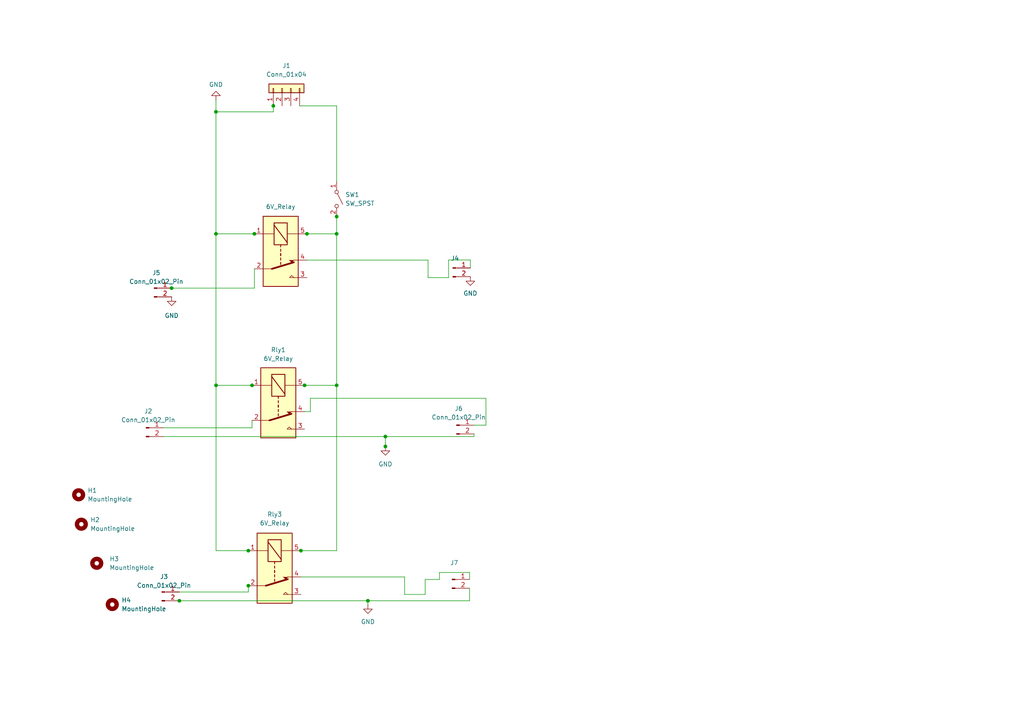
<source format=kicad_sch>
(kicad_sch (version 20230121) (generator eeschema)
  (paper "A4")
  (lib_symbols
    (symbol "Connector:Conn_01x02_Pin" (pin_names (offset 1.016) hide)
      (property "Reference" "J" (at 0 2.54 0))
      (property "Value" "Conn_01x02_Pin" (at 0 -5.08 0))
      (symbol "Conn_01x02_Pin_1_1"
        (polyline (pts (xy 1.27 -2.54) (xy 0.8636 -2.54)) (stroke (width 0.1524)))
        (polyline (pts (xy 1.27 0) (xy 0.8636 0)) (stroke (width 0.1524)))
        (rectangle (start 0.8636 -2.413) (end 0 -2.667) (stroke (width 0.1524)) (fill (type outline)))
        (rectangle (start 0.8636 0.127) (end 0 -0.127) (stroke (width 0.1524)) (fill (type outline)))
        (pin passive line (at 5.08 0 180) (length 3.81) (name "Pin_1") (number "1"))
        (pin passive line (at 5.08 -2.54 180) (length 3.81) (name "Pin_2") (number "2"))
      )
    )
    (symbol "Connector_Generic:Conn_01x04" (pin_names (offset 1.016) hide)
      (property "Reference" "J" (at 0 5.08 0))
      (property "Value" "Conn_01x04" (at 0 -7.62 0))
      (symbol "Conn_01x04_1_1"
        (rectangle (start -1.27 -4.953) (end 0 -5.207) (stroke (width 0.1524)))
        (rectangle (start -1.27 -2.413) (end 0 -2.667) (stroke (width 0.1524)))
        (rectangle (start -1.27 0.127) (end 0 -0.127) (stroke (width 0.1524)))
        (rectangle (start -1.27 2.667) (end 0 2.413) (stroke (width 0.1524)))
        (rectangle (start -1.27 3.81) (end 1.27 -6.35) (stroke (width 0.254)) (fill (type background)))
        (pin passive line (at -5.08 2.54 0) (length 3.81) (name "Pin_1") (number "1"))
        (pin passive line (at -5.08 0 0) (length 3.81) (name "Pin_2") (number "2"))
        (pin passive line (at -5.08 -2.54 0) (length 3.81) (name "Pin_3") (number "3"))
        (pin passive line (at -5.08 -5.08 0) (length 3.81) (name "Pin_4") (number "4"))
      )
    )
    (symbol "MY_LIB:6V_Relay" (pin_names (offset 1.016))
      (property "Reference" "Rly" (at 16.51 8.89 0))
      (property "Value" "6V_Relay" (at 16.51 6.35 0))
      (symbol "6V_Relay_0_0"
        (polyline (pts (xy 7.62 8.89) (xy 7.62 10.16)))
        (polyline (pts (xy 12.7 8.89) (xy 12.7 10.16)))
        (polyline (pts (xy 12.7 8.89) (xy 12.7 7.62) (xy 12.065 8.255) (xy 12.7 8.89)))
      )
      (symbol "6V_Relay_0_1"
        (rectangle (start -5.08 10.16) (end 15.24 0) (stroke (width 0.254)) (fill (type background)))
        (rectangle (start -3.175 6.985) (end 3.175 3.175) (stroke (width 0.254)))
        (polyline (pts (xy -2.54 3.175) (xy 2.54 6.985)) (stroke (width 0.254)))
        (polyline (pts (xy 0 0) (xy 0 3.175)))
        (polyline (pts (xy 0 10.16) (xy 0 6.985)))
        (polyline (pts (xy 3.175 5.08) (xy 3.81 5.08)) (stroke (width 0.254)))
        (polyline (pts (xy 4.445 5.08) (xy 5.08 5.08)) (stroke (width 0.254)))
        (polyline (pts (xy 5.715 5.08) (xy 6.35 5.08)) (stroke (width 0.254)))
        (polyline (pts (xy 5.715 5.08) (xy 6.35 5.08)) (stroke (width 0.254)))
        (polyline (pts (xy 6.985 5.08) (xy 7.62 5.08)) (stroke (width 0.254)))
        (polyline (pts (xy 8.255 5.08) (xy 8.89 5.08)) (stroke (width 0.254)))
        (polyline (pts (xy 10.16 2.54) (xy 8.255 8.89)) (stroke (width 0.508)))
        (polyline (pts (xy 10.16 2.54) (xy 10.16 0)))
        (polyline (pts (xy 7.62 7.62) (xy 8.255 8.255) (xy 7.62 8.89)) (fill (type outline)))
      )
      (symbol "6V_Relay_1_1"
        (pin passive line (at 0 -2.54 90) (length 2.54) (name "~") (number "1"))
        (pin passive line (at 10.16 -2.54 90) (length 2.54) (name "~") (number "2"))
        (pin passive line (at 12.7 12.7 270) (length 2.54) (name "~") (number "3"))
        (pin passive line (at 7.62 12.7 270) (length 2.54) (name "~") (number "4"))
        (pin passive line (at 0 12.7 270) (length 2.54) (name "~") (number "5"))
      )
    )
    (symbol "Mechanical:MountingHole" (pin_names (offset 1.016))
      (property "Reference" "H" (at 0 5.08 0))
      (property "Value" "MountingHole" (at 0 3.175 0))
      (symbol "MountingHole_0_1"
        (circle (center 0 0) (radius 1.27) (stroke (width 1.27)))
      )
    )
    (symbol "Switch:SW_SPST" (pin_names (offset 0) hide)
      (property "Reference" "SW" (at 0 3.175 0))
      (property "Value" "SW_SPST" (at 0 -2.54 0))
      (symbol "SW_SPST_0_0"
        (circle (center -2.032 0) (radius 0.508))
        (polyline (pts (xy -1.524 0.254) (xy 1.524 1.778)))
        (circle (center 2.032 0) (radius 0.508))
      )
      (symbol "SW_SPST_1_1"
        (pin passive line (at -5.08 0 0) (length 2.54) (name "A") (number "1"))
        (pin passive line (at 5.08 0 180) (length 2.54) (name "B") (number "2"))
      )
    )
    (symbol "power:GND" (power) (pin_names (offset 0))
      (property "Value" "GND" (at 0 -3.81 0))
      (symbol "GND_0_1"
        (polyline (pts (xy 0 0) (xy 0 -1.27) (xy 1.27 -1.27) (xy 0 -2.54) (xy -1.27 -1.27) (xy 0 -1.27)))
      )
      (symbol "GND_1_1"
        (pin power_in line (at 0 0 270) (length 0) hide (name "GND") (number "1"))
      )
    )
  )
  (junction (at 89.027 67.818))
  (junction (at 88.3412 111.76))
  (junction (at 111.7854 126.619))
  (junction (at 52.0192 174.244))
  (junction (at 106.7054 174.244))
  (junction (at 97.6376 111.76))
  (junction (at 73.787 67.818))
  (junction (at 111.7854 129.4892))
  (junction (at 62.6364 67.818))
  (junction (at 97.6376 67.818))
  (junction (at 87.2744 159.7152))
  (junction (at 72.0344 169.8752))
  (junction (at 72.0344 159.7152))
  (junction (at 97.6376 62.8142))
  (junction (at 62.6364 32.4358))
  (junction (at 79.2734 30.7086))
  (junction (at 62.6618 111.76))
  (junction (at 73.1012 111.76))
  (junction (at 49.784 83.566))
  (wire (pts (xy 136.1948 174.244) (xy 136.1948 170.6118)))
  (wire (pts (xy 52.0192 174.244) (xy 106.7054 174.244)))
  (wire (pts (xy 62.6618 159.7152) (xy 72.0344 159.7152)))
  (wire (pts (xy 51.9938 174.244) (xy 52.0192 174.244)))
  (wire (pts (xy 73.1012 111.76) (xy 73.1774 111.76)))
  (wire (pts (xy 111.7854 129.4892) (xy 111.7854 129.54)))
  (wire (pts (xy 123.317 172.4152) (xy 123.317 168.0718)))
  (wire (pts (xy 88.3412 119.38) (xy 90.0176 119.38)))
  (wire (pts (xy 136.4234 75.4126) (xy 136.4234 77.724)))
  (wire (pts (xy 106.7054 174.244) (xy 106.7054 175.387)))
  (wire (pts (xy 136.1948 166.0398) (xy 136.1948 168.0718)))
  (wire (pts (xy 130.0988 80.518) (xy 130.0988 75.4126)))
  (wire (pts (xy 97.6376 30.7086) (xy 86.8934 30.7086)))
  (wire (pts (xy 49.7332 83.566) (xy 49.784 83.566)))
  (wire (pts (xy 106.7054 174.244) (xy 136.1948 174.244)))
  (wire (pts (xy 47.4472 124.079) (xy 73.1012 124.079)))
  (wire (pts (xy 72.0344 169.8752) (xy 72.0344 171.704)))
  (wire (pts (xy 62.6364 32.4358) (xy 62.6364 67.818)))
  (wire (pts (xy 72.0344 159.7152) (xy 72.0852 159.7152)))
  (wire (pts (xy 97.6376 62.7888) (xy 97.6376 62.8142)))
  (wire (pts (xy 89.027 75.438) (xy 124.1552 75.438)))
  (wire (pts (xy 62.6364 111.76) (xy 62.6618 111.76)))
  (wire (pts (xy 89.027 67.818) (xy 97.6376 67.818)))
  (wire (pts (xy 62.6364 67.818) (xy 73.787 67.818)))
  (wire (pts (xy 52.0192 171.704) (xy 72.0344 171.704)))
  (wire (pts (xy 124.1552 80.518) (xy 130.0988 80.518)))
  (wire (pts (xy 111.7854 126.619) (xy 137.4902 126.619)))
  (wire (pts (xy 127.4572 166.0398) (xy 136.1948 166.0398)))
  (wire (pts (xy 62.6364 29.0068) (xy 62.6364 32.4358)))
  (wire (pts (xy 73.1012 124.079) (xy 73.1012 121.92)))
  (wire (pts (xy 79.2734 30.6832) (xy 79.2734 30.7086)))
  (wire (pts (xy 97.6376 67.818) (xy 97.6376 111.76)))
  (wire (pts (xy 137.4902 126.619) (xy 137.4902 125.857)))
  (wire (pts (xy 79.2734 32.4358) (xy 62.6364 32.4358)))
  (wire (pts (xy 89.0016 67.818) (xy 89.027 67.818)))
  (wire (pts (xy 72.0344 169.8498) (xy 72.0344 169.8752)))
  (wire (pts (xy 47.4472 126.619) (xy 111.7854 126.619)))
  (wire (pts (xy 140.9446 123.317) (xy 140.9446 115.5192)))
  (wire (pts (xy 127.4572 168.0718) (xy 127.4572 166.0398)))
  (wire (pts (xy 88.3158 111.76) (xy 88.3412 111.76)))
  (wire (pts (xy 130.0988 75.4126) (xy 136.4234 75.4126)))
  (wire (pts (xy 62.6618 111.76) (xy 62.6618 159.7152)))
  (wire (pts (xy 97.6376 111.76) (xy 97.6376 159.7152)))
  (wire (pts (xy 97.6376 62.8142) (xy 97.6376 67.818)))
  (wire (pts (xy 73.787 67.818) (xy 73.8378 67.818)))
  (wire (pts (xy 111.7854 126.619) (xy 111.7854 129.4892)))
  (wire (pts (xy 137.4902 123.317) (xy 140.9446 123.317)))
  (wire (pts (xy 124.1552 75.438) (xy 124.1552 80.518)))
  (wire (pts (xy 49.784 83.566) (xy 73.787 83.566)))
  (wire (pts (xy 87.2744 159.7152) (xy 97.6376 159.7152)))
  (wire (pts (xy 79.2734 30.7086) (xy 79.2734 32.4358)))
  (wire (pts (xy 87.2744 167.3352) (xy 117.348 167.3352)))
  (wire (pts (xy 90.0176 119.38) (xy 90.0176 115.5192)))
  (wire (pts (xy 117.348 172.4152) (xy 123.317 172.4152)))
  (wire (pts (xy 62.6364 67.818) (xy 62.6364 111.76)))
  (wire (pts (xy 140.9446 115.5192) (xy 90.0176 115.5192)))
  (wire (pts (xy 73.787 77.978) (xy 73.787 83.566)))
  (wire (pts (xy 87.249 172.4152) (xy 87.2744 172.4152)))
  (wire (pts (xy 97.6376 52.6542) (xy 97.6376 30.7086)))
  (wire (pts (xy 87.1728 159.7152) (xy 87.2744 159.7152)))
  (wire (pts (xy 123.317 168.0718) (xy 127.4572 168.0718)))
  (wire (pts (xy 88.3412 111.76) (xy 97.6376 111.76)))
  (wire (pts (xy 117.348 167.3352) (xy 117.348 172.4152)))
  (wire (pts (xy 62.6618 111.76) (xy 73.1012 111.76)))
  (symbol (lib_id "Mechanical:MountingHole") (at 32.5628 175.3362 0) (unit 1)
    (property "Reference" "H4" (at 35.2552 174.0662 0) (effects (justify left)))
    (property "Value" "MountingHole" (at 35.2552 176.6062 0) (effects (justify left)))
    (property "Footprint" "MountingHole:MountingHole_3mm_Pad" (effects hide))
  )
  (symbol (lib_id "power:GND") (at 136.4234 80.264 0) (unit 1)
    (property "Reference" "#PWR05" (effects hide))
    (property "Value" "GND" (at 136.4234 85.09 0))
  )
  (symbol (lib_id "Connector:Conn_01x02_Pin") (at 44.704 83.566 0) (unit 1)
    (property "Reference" "J5" (at 45.339 79.121 0))
    (property "Value" "Conn_01x02_Pin" (at 45.339 81.661 0))
    (property "Footprint" "MY_LIB:Solar_Connector" (effects hide))
  )
  (symbol (lib_id "power:GND") (at 62.6364 29.0068 180) (unit 1)
    (property "Reference" "#PWR01" (effects hide))
    (property "Value" "GND" (at 62.6364 24.5364 0))
  )
  (symbol (lib_id "MY_LIB:6V_Relay") (at 74.5744 159.7152 270) (unit 1)
    (property "Reference" "Rly3" (at 79.6544 149.1742 90))
    (property "Value" "6V_Relay" (at 79.6544 151.7142 90))
    (property "Footprint" "MY_LIB:HLS relay" (effects hide))
  )
  (symbol (lib_id "power:GND") (at 49.784 86.106 0) (unit 1)
    (property "Reference" "#PWR02" (effects hide))
    (property "Value" "GND" (at 49.784 91.5416 0))
  )
  (symbol (lib_id "Connector_Generic:Conn_01x04") (at 81.8134 25.6286 90) (unit 1)
    (property "Reference" "J1" (at 83.0834 19.05 90))
    (property "Value" "Conn_01x04" (at 83.0834 21.59 90))
    (property "Footprint" "MY_LIB:jst_4" (effects hide))
  )
  (symbol (lib_id "MY_LIB:6V_Relay") (at 76.327 67.818 270) (unit 1)
    (property "Reference" "Rly2" (effects hide))
    (property "Value" "6V_Relay" (at 81.407 59.944 90))
    (property "Footprint" "MY_LIB:HLS relay" (effects hide))
  )
  (symbol (lib_id "Switch:SW_SPST") (at 97.6376 57.7342 270) (unit 1)
    (property "Reference" "SW1" (at 100.1522 56.4642 90) (effects (justify left)))
    (property "Value" "SW_SPST" (at 100.1522 59.0042 90) (effects (justify left)))
    (property "Footprint" "MY_LIB:Solar_Connector" (effects hide))
  )
  (symbol (lib_id "power:GND") (at 106.7054 175.387 0) (unit 1)
    (property "Reference" "#PWR04" (effects hide))
    (property "Value" "GND" (at 106.7054 180.34 0))
  )
  (symbol (lib_id "Mechanical:MountingHole") (at 23.5966 152.0444 0) (unit 1)
    (property "Reference" "H2" (at 26.1874 150.7744 0) (effects (justify left)))
    (property "Value" "MountingHole" (at 26.1874 153.3144 0) (effects (justify left)))
    (property "Footprint" "MountingHole:MountingHole_3mm_Pad" (effects hide))
  )
  (symbol (lib_id "Mechanical:MountingHole") (at 28.067 163.3728 0) (unit 1)
    (property "Reference" "H3" (at 31.75 162.1028 0) (effects (justify left)))
    (property "Value" "MountingHole" (at 31.75 164.6428 0) (effects (justify left)))
    (property "Footprint" "MountingHole:MountingHole_3mm_Pad" (effects hide))
  )
  (symbol (lib_id "Connector:Conn_01x02_Pin") (at 131.1148 168.0718 0) (unit 1)
    (property "Reference" "J7" (at 131.7498 163.2458 0))
    (property "Value" "Conn_01x02_Pin" (effects hide))
    (property "Footprint" "MY_LIB:Solar_Connector" (effects hide))
  )
  (symbol (lib_id "Connector:Conn_01x02_Pin") (at 131.3434 77.724 0) (unit 1)
    (property "Reference" "J4" (at 131.9784 74.93 0))
    (property "Value" "Conn_01x02_Pin" (effects hide))
    (property "Footprint" "MY_LIB:Solar_Connector" (effects hide))
  )
  (symbol (lib_id "Mechanical:MountingHole") (at 22.8092 143.51 0) (unit 1)
    (property "Reference" "H1" (at 25.4 142.24 0) (effects (justify left)))
    (property "Value" "MountingHole" (at 25.4 144.78 0) (effects (justify left)))
    (property "Footprint" "MountingHole:MountingHole_3mm_Pad" (effects hide))
  )
  (symbol (lib_id "MY_LIB:6V_Relay") (at 75.6412 111.76 270) (unit 1)
    (property "Reference" "Rly1" (at 80.7212 101.473 90))
    (property "Value" "6V_Relay" (at 80.7212 104.013 90))
    (property "Footprint" "MY_LIB:HLS relay" (effects hide))
  )
  (symbol (lib_id "power:GND") (at 111.7854 129.4892 0) (unit 1)
    (property "Reference" "#PWR03" (effects hide))
    (property "Value" "GND" (at 111.7854 134.62 0))
  )
  (symbol (lib_id "Connector:Conn_01x02_Pin") (at 46.9392 171.704 0) (unit 1)
    (property "Reference" "J3" (at 47.5742 167.259 0))
    (property "Value" "Conn_01x02_Pin" (at 47.5742 169.799 0))
    (property "Footprint" "MY_LIB:Solar_Connector" (effects hide))
  )
  (symbol (lib_id "Connector:Conn_01x02_Pin") (at 42.3672 124.079 0) (unit 1)
    (property "Reference" "J2" (at 43.0022 119.253 0))
    (property "Value" "Conn_01x02_Pin" (at 43.0022 121.793 0))
    (property "Footprint" "MY_LIB:Solar_Connector" (effects hide))
  )
  (symbol (lib_id "Connector:Conn_01x02_Pin") (at 132.4102 123.317 0) (unit 1)
    (property "Reference" "J6" (at 133.0452 118.491 0))
    (property "Value" "Conn_01x02_Pin" (at 133.0452 121.031 0))
    (property "Footprint" "MY_LIB:Solar_Connector" (effects hide))
  )
)
</source>
